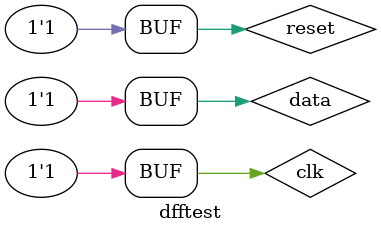
<source format=v>
`timescale 1ns / 1ps


module dfftest;

	// Inputs
	reg data;
	reg clk;
	reg reset;

	// Outputs
	wire q;

	// Instantiate the Unit Under Test (UUT)
	dff uut (
		.data(data), 
		.clk(clk), 
		.reset(reset), 
		.q(q)
	);

	initial begin
		// Initialize Inputs
		data = 1;
		clk = 1;
		reset = 1;

		// Wait 100 ns for global reset to finish
		#100;
        
		// Add stimulus here

	end
      
endmodule


</source>
